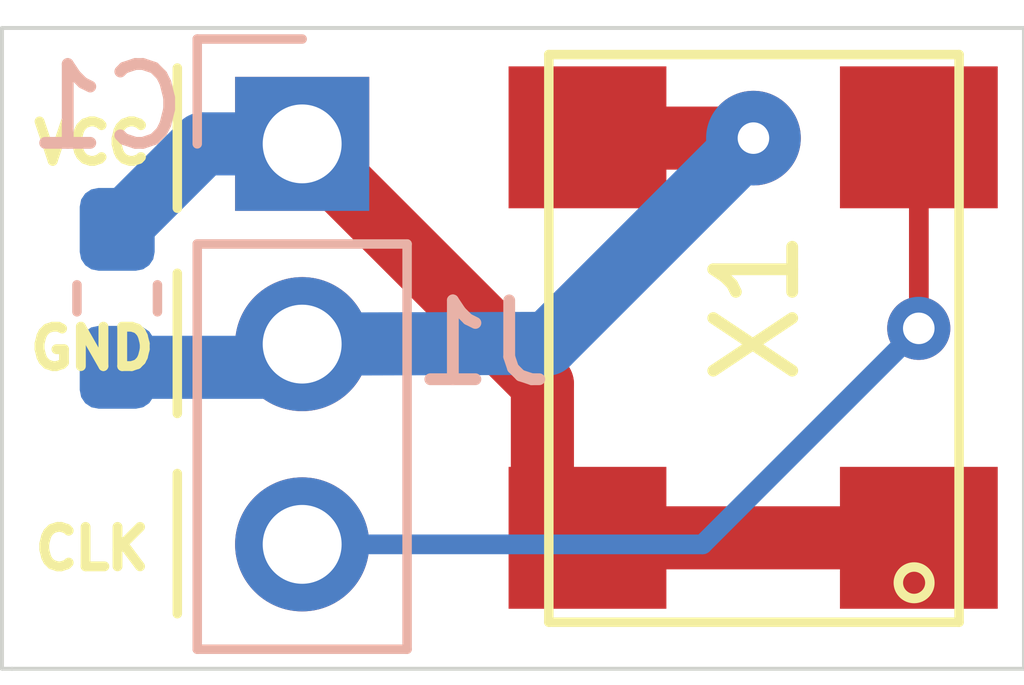
<source format=kicad_pcb>
(kicad_pcb (version 20171130) (host pcbnew 5.1.5+dfsg1-2build2)

  (general
    (thickness 1.6)
    (drawings 11)
    (tracks 17)
    (zones 0)
    (modules 3)
    (nets 4)
  )

  (page User 148.006 105.004)
  (title_block
    (title "µComputer clock module")
    (rev 1.0)
    (comment 1 "Antoine Stevan")
  )

  (layers
    (0 F.Cu signal)
    (31 B.Cu signal)
    (32 B.Adhes user hide)
    (33 F.Adhes user hide)
    (34 B.Paste user hide)
    (35 F.Paste user hide)
    (36 B.SilkS user)
    (37 F.SilkS user)
    (38 B.Mask user)
    (39 F.Mask user)
    (40 Dwgs.User user hide)
    (41 Cmts.User user hide)
    (42 Eco1.User user hide)
    (43 Eco2.User user hide)
    (44 Edge.Cuts user)
    (45 Margin user hide)
    (46 B.CrtYd user hide)
    (47 F.CrtYd user hide)
    (48 B.Fab user hide)
    (49 F.Fab user hide)
  )

  (setup
    (last_trace_width 0.8)
    (user_trace_width 0.8)
    (trace_clearance 0.2)
    (zone_clearance 0.4)
    (zone_45_only no)
    (trace_min 0.2)
    (via_size 0.8)
    (via_drill 0.4)
    (via_min_size 0.4)
    (via_min_drill 0.3)
    (user_via 1.2 0.4)
    (uvia_size 0.3)
    (uvia_drill 0.1)
    (uvias_allowed no)
    (uvia_min_size 0.2)
    (uvia_min_drill 0.1)
    (edge_width 0.05)
    (segment_width 0.2)
    (pcb_text_width 0.3)
    (pcb_text_size 1.5 1.5)
    (mod_edge_width 0.12)
    (mod_text_size 1 1)
    (mod_text_width 0.15)
    (pad_size 1.524 1.524)
    (pad_drill 0.762)
    (pad_to_mask_clearance 0.051)
    (solder_mask_min_width 0.25)
    (aux_axis_origin 0 0)
    (visible_elements FFFFFF7F)
    (pcbplotparams
      (layerselection 0x010fc_ffffffff)
      (usegerberextensions false)
      (usegerberattributes true)
      (usegerberadvancedattributes false)
      (creategerberjobfile false)
      (excludeedgelayer true)
      (linewidth 0.100000)
      (plotframeref false)
      (viasonmask false)
      (mode 1)
      (useauxorigin false)
      (hpglpennumber 1)
      (hpglpenspeed 20)
      (hpglpendiameter 15.000000)
      (psnegative false)
      (psa4output false)
      (plotreference true)
      (plotvalue true)
      (plotinvisibletext false)
      (padsonsilk false)
      (subtractmaskfromsilk false)
      (outputformat 1)
      (mirror false)
      (drillshape 0)
      (scaleselection 1)
      (outputdirectory "../gerber/"))
  )

  (net 0 "")
  (net 1 GND)
  (net 2 VCC)
  (net 3 /CLK)

  (net_class Default "This is the default net class."
    (clearance 0.2)
    (trace_width 0.25)
    (via_dia 0.8)
    (via_drill 0.4)
    (uvia_dia 0.3)
    (uvia_drill 0.1)
    (add_net /CLK)
    (add_net GND)
    (add_net VCC)
  )

  (module my_oscillators:oscillator_L5.08_W4.2_PL2.0_PW1.8 (layer F.Cu) (tedit 612E163B) (tstamp 61368718)
    (at 73.152 38.227 90)
    (path /61CED586)
    (fp_text reference X1 (at 0.4 0.1 90) (layer F.SilkS)
      (effects (font (size 1 1) (thickness 0.15)))
    )
    (fp_text value SG-8002JA (at -0.03 4.4 90) (layer F.Fab)
      (effects (font (size 1 1) (thickness 0.15)))
    )
    (fp_line (start -3.7 -2.6) (end -3.6 -2.6) (layer F.Fab) (width 0.12))
    (fp_line (start -3.7 2.7) (end -3.7 -2.6) (layer F.Fab) (width 0.12))
    (fp_line (start -3.6 2.7) (end -3.7 2.7) (layer F.Fab) (width 0.12))
    (fp_line (start -3.6 3.1) (end -3.6 2.7) (layer F.Fab) (width 0.12))
    (fp_line (start -3.6 2.7) (end -3.7 2.7) (layer F.CrtYd) (width 0.12))
    (fp_line (start -1.5 3.1) (end -3.6 3.1) (layer F.Fab) (width 0.12))
    (fp_line (start -1.5 2.7) (end -1.5 3.1) (layer F.Fab) (width 0.12))
    (fp_line (start 1.5 2.7) (end -1.5 2.7) (layer F.Fab) (width 0.12))
    (fp_line (start 1.5 3.1) (end 1.5 2.7) (layer F.Fab) (width 0.12))
    (fp_line (start 3.6 3.1) (end 1.5 3.1) (layer F.Fab) (width 0.12))
    (fp_line (start 3.6 2.7) (end 3.6 3.1) (layer F.Fab) (width 0.12))
    (fp_line (start 3.7 2.7) (end 3.6 2.7) (layer F.Fab) (width 0.12))
    (fp_line (start 3.7 -2.6) (end 3.7 2.7) (layer F.Fab) (width 0.12))
    (fp_line (start 3.6 -2.6) (end 3.7 -2.6) (layer F.Fab) (width 0.12))
    (fp_line (start 3.6 -3) (end 3.6 -2.6) (layer F.Fab) (width 0.12))
    (fp_line (start 1.5 -3) (end 3.6 -3) (layer F.Fab) (width 0.12))
    (fp_line (start 1.5 -2.6) (end 1.5 -3) (layer F.Fab) (width 0.12))
    (fp_line (start -1.5 -2.6) (end 1.5 -2.6) (layer F.Fab) (width 0.12))
    (fp_line (start -1.5 -2.7) (end -1.5 -2.6) (layer F.Fab) (width 0.12))
    (fp_line (start -1.5 -3) (end -1.5 -2.7) (layer F.Fab) (width 0.12))
    (fp_line (start -3.6 -3) (end -1.5 -3) (layer F.Fab) (width 0.12))
    (fp_line (start -3.6 -2.6) (end -3.6 -3) (layer F.Fab) (width 0.12))
    (fp_line (start -3.7 -2.6) (end -3.7 2.7) (layer F.CrtYd) (width 0.12))
    (fp_line (start -3.6 -2.6) (end -3.7 -2.6) (layer F.CrtYd) (width 0.12))
    (fp_line (start -3.6 3.1) (end -3.6 2.7) (layer F.CrtYd) (width 0.12))
    (fp_line (start -1.5 3.1) (end -3.6 3.1) (layer F.CrtYd) (width 0.12))
    (fp_line (start -1.5 2.7) (end -1.5 3.1) (layer F.CrtYd) (width 0.12))
    (fp_line (start 1.5 2.7) (end -1.5 2.7) (layer F.CrtYd) (width 0.12))
    (fp_line (start 1.5 3.1) (end 1.5 2.7) (layer F.CrtYd) (width 0.12))
    (fp_line (start 3.6 3.1) (end 1.5 3.1) (layer F.CrtYd) (width 0.12))
    (fp_line (start 3.6 2.7) (end 3.6 3.1) (layer F.CrtYd) (width 0.12))
    (fp_line (start 3.7 2.7) (end 3.6 2.7) (layer F.CrtYd) (width 0.12))
    (fp_line (start 3.7 -2.6) (end 3.7 2.7) (layer F.CrtYd) (width 0.12))
    (fp_line (start 3.6 -2.6) (end 3.7 -2.6) (layer F.CrtYd) (width 0.12))
    (fp_line (start 3.6 -3) (end 3.6 -2.6) (layer F.CrtYd) (width 0.12))
    (fp_line (start 2 -3) (end 3.6 -3) (layer F.CrtYd) (width 0.12))
    (fp_line (start 1.5 -3) (end 2 -3) (layer F.CrtYd) (width 0.12))
    (fp_line (start 1.5 -2.6) (end 1.5 -3) (layer F.CrtYd) (width 0.12))
    (fp_line (start -1.5 -2.6) (end 1.5 -2.6) (layer F.CrtYd) (width 0.12))
    (fp_line (start -1.5 -3) (end -1.5 -2.6) (layer F.CrtYd) (width 0.12))
    (fp_line (start -3.6 -3) (end -1.5 -3) (layer F.CrtYd) (width 0.12))
    (fp_line (start -3.6 -2.6) (end -3.6 -3) (layer F.CrtYd) (width 0.12))
    (fp_circle (center -3.1 2.1) (end -2.9 2.1) (layer F.SilkS) (width 0.12))
    (fp_line (start -3.6 2.67) (end -3.6 -2.53) (layer F.SilkS) (width 0.12))
    (fp_line (start 3.6 2.67) (end -3.6 2.67) (layer F.SilkS) (width 0.12))
    (fp_line (start 3.6 -2.53) (end 3.6 2.67) (layer F.SilkS) (width 0.12))
    (fp_line (start -3.6 -2.53) (end 3.6 -2.53) (layer F.SilkS) (width 0.12))
    (pad 4 smd rect (at -2.53 2.16 90) (size 1.8 2) (layers F.Cu F.Paste F.Mask)
      (net 2 VCC))
    (pad 3 smd rect (at 2.55 2.16 90) (size 1.8 2) (layers F.Cu F.Paste F.Mask)
      (net 3 /CLK))
    (pad 2 smd rect (at 2.55 -2.04 90) (size 1.8 2) (layers F.Cu F.Paste F.Mask)
      (net 1 GND))
    (pad 1 smd rect (at -2.53 -2.04 90) (size 1.8 2) (layers F.Cu F.Paste F.Mask)
      (net 2 VCC))
  )

  (module Connector_PinSocket_2.54mm:PinSocket_1x03_P2.54mm_Vertical (layer B.Cu) (tedit 5A19A429) (tstamp 613686E1)
    (at 67.4955 35.76 180)
    (descr "Through hole straight socket strip, 1x03, 2.54mm pitch, single row (from Kicad 4.0.7), script generated")
    (tags "Through hole socket strip THT 1x03 2.54mm single row")
    (path /613636C9)
    (fp_text reference J1 (at -2.291 -2.5305) (layer B.SilkS)
      (effects (font (size 1 1) (thickness 0.15)) (justify mirror))
    )
    (fp_text value Conn_01x03_Female (at -0.122 -9.706) (layer B.Fab)
      (effects (font (size 1 1) (thickness 0.15)) (justify mirror))
    )
    (fp_text user %R (at 0 -2.54 270) (layer B.Fab)
      (effects (font (size 1 1) (thickness 0.15)) (justify mirror))
    )
    (fp_line (start -1.8 -6.85) (end -1.8 1.8) (layer B.CrtYd) (width 0.05))
    (fp_line (start 1.75 -6.85) (end -1.8 -6.85) (layer B.CrtYd) (width 0.05))
    (fp_line (start 1.75 1.8) (end 1.75 -6.85) (layer B.CrtYd) (width 0.05))
    (fp_line (start -1.8 1.8) (end 1.75 1.8) (layer B.CrtYd) (width 0.05))
    (fp_line (start 0 1.33) (end 1.33 1.33) (layer B.SilkS) (width 0.12))
    (fp_line (start 1.33 1.33) (end 1.33 0) (layer B.SilkS) (width 0.12))
    (fp_line (start 1.33 -1.27) (end 1.33 -6.41) (layer B.SilkS) (width 0.12))
    (fp_line (start -1.33 -6.41) (end 1.33 -6.41) (layer B.SilkS) (width 0.12))
    (fp_line (start -1.33 -1.27) (end -1.33 -6.41) (layer B.SilkS) (width 0.12))
    (fp_line (start -1.33 -1.27) (end 1.33 -1.27) (layer B.SilkS) (width 0.12))
    (fp_line (start -1.27 -6.35) (end -1.27 1.27) (layer B.Fab) (width 0.1))
    (fp_line (start 1.27 -6.35) (end -1.27 -6.35) (layer B.Fab) (width 0.1))
    (fp_line (start 1.27 0.635) (end 1.27 -6.35) (layer B.Fab) (width 0.1))
    (fp_line (start 0.635 1.27) (end 1.27 0.635) (layer B.Fab) (width 0.1))
    (fp_line (start -1.27 1.27) (end 0.635 1.27) (layer B.Fab) (width 0.1))
    (pad 3 thru_hole oval (at 0 -5.08 180) (size 1.7 1.7) (drill 1) (layers *.Cu *.Mask)
      (net 3 /CLK))
    (pad 2 thru_hole oval (at 0 -2.54 180) (size 1.7 1.7) (drill 1) (layers *.Cu *.Mask)
      (net 1 GND))
    (pad 1 thru_hole rect (at 0 0 180) (size 1.7 1.7) (drill 1) (layers *.Cu *.Mask)
      (net 2 VCC))
    (model ${KISYS3DMOD}/Connector_PinSocket_2.54mm.3dshapes/PinSocket_1x03_P2.54mm_Vertical.wrl
      (at (xyz 0 0 0))
      (scale (xyz 1 1 1))
      (rotate (xyz 0 0 0))
    )
  )

  (module Capacitor_SMD:C_0603_1608Metric_Pad1.05x0.95mm_HandSolder (layer B.Cu) (tedit 5B301BBE) (tstamp 6136914C)
    (at 65.151 37.719 270)
    (descr "Capacitor SMD 0603 (1608 Metric), square (rectangular) end terminal, IPC_7351 nominal with elongated pad for handsoldering. (Body size source: http://www.tortai-tech.com/upload/download/2011102023233369053.pdf), generated with kicad-footprint-generator")
    (tags "capacitor handsolder")
    (path /615C43F5)
    (attr smd)
    (fp_text reference C1 (at -2.427 0.127 180) (layer B.SilkS)
      (effects (font (size 1 1) (thickness 0.15)) (justify mirror))
    )
    (fp_text value C (at 0 -1.43 270) (layer B.Fab)
      (effects (font (size 1 1) (thickness 0.15)) (justify mirror))
    )
    (fp_text user %R (at 0 0 270) (layer B.Fab)
      (effects (font (size 0.4 0.4) (thickness 0.06)) (justify mirror))
    )
    (fp_line (start 1.65 -0.73) (end -1.65 -0.73) (layer B.CrtYd) (width 0.05))
    (fp_line (start 1.65 0.73) (end 1.65 -0.73) (layer B.CrtYd) (width 0.05))
    (fp_line (start -1.65 0.73) (end 1.65 0.73) (layer B.CrtYd) (width 0.05))
    (fp_line (start -1.65 -0.73) (end -1.65 0.73) (layer B.CrtYd) (width 0.05))
    (fp_line (start -0.171267 -0.51) (end 0.171267 -0.51) (layer B.SilkS) (width 0.12))
    (fp_line (start -0.171267 0.51) (end 0.171267 0.51) (layer B.SilkS) (width 0.12))
    (fp_line (start 0.8 -0.4) (end -0.8 -0.4) (layer B.Fab) (width 0.1))
    (fp_line (start 0.8 0.4) (end 0.8 -0.4) (layer B.Fab) (width 0.1))
    (fp_line (start -0.8 0.4) (end 0.8 0.4) (layer B.Fab) (width 0.1))
    (fp_line (start -0.8 -0.4) (end -0.8 0.4) (layer B.Fab) (width 0.1))
    (pad 2 smd roundrect (at 0.875 0 270) (size 1.05 0.95) (layers B.Cu B.Paste B.Mask) (roundrect_rratio 0.25)
      (net 1 GND))
    (pad 1 smd roundrect (at -0.875 0 270) (size 1.05 0.95) (layers B.Cu B.Paste B.Mask) (roundrect_rratio 0.25)
      (net 2 VCC))
    (model ${KISYS3DMOD}/Capacitor_SMD.3dshapes/C_0603_1608Metric.wrl
      (at (xyz 0 0 0))
      (scale (xyz 1 1 1))
      (rotate (xyz 0 0 0))
    )
  )

  (gr_line (start 65.913 39.9415) (end 65.913 41.7195) (layer F.SilkS) (width 0.12) (tstamp 61369F8F))
  (gr_line (start 65.913 34.798) (end 65.913 36.576) (layer F.SilkS) (width 0.12) (tstamp 61369F8F))
  (gr_line (start 65.913 37.4015) (end 65.913 39.1795) (layer F.SilkS) (width 0.12))
  (gr_text "CLK\n" (at 64.8335 40.894) (layer F.SilkS) (tstamp 61369E59)
    (effects (font (size 0.5 0.5) (thickness 0.125)))
  )
  (gr_text GND (at 64.8335 38.354) (layer F.SilkS) (tstamp 61369E59)
    (effects (font (size 0.5 0.5) (thickness 0.125)))
  )
  (gr_text VCC (at 64.8335 35.7505) (layer F.SilkS)
    (effects (font (size 0.5 0.5) (thickness 0.125)))
  )
  (gr_line (start 63.6905 42.418) (end 63.8175 42.418) (layer Edge.Cuts) (width 0.05) (tstamp 61368F00))
  (gr_line (start 63.6905 34.29) (end 63.6905 42.418) (layer Edge.Cuts) (width 0.05))
  (gr_line (start 76.6445 34.29) (end 63.6905 34.29) (layer Edge.Cuts) (width 0.05))
  (gr_line (start 76.6445 42.418) (end 76.6445 34.29) (layer Edge.Cuts) (width 0.05))
  (gr_line (start 63.8175 42.418) (end 76.6445 42.418) (layer Edge.Cuts) (width 0.05))

  (via (at 73.2155 35.687) (size 1.2) (drill 0.4) (layers F.Cu B.Cu) (net 1))
  (segment (start 73.2155 35.687) (end 71.122 35.687) (width 0.8) (layer F.Cu) (net 1))
  (segment (start 67.2015 38.594) (end 67.4955 38.3) (width 0.8) (layer B.Cu) (net 1))
  (segment (start 65.151 38.594) (end 67.2015 38.594) (width 0.8) (layer B.Cu) (net 1))
  (segment (start 70.6025 38.3) (end 73.2155 35.687) (width 0.8) (layer B.Cu) (net 1))
  (segment (start 67.4955 38.3) (end 70.612 38.2905) (width 0.8) (layer B.Cu) (net 1))
  (segment (start 71.112 40.757) (end 75.312 40.757) (width 0.8) (layer F.Cu) (net 2))
  (segment (start 70.5405 38.805) (end 67.4955 35.76) (width 0.8) (layer F.Cu) (net 2))
  (segment (start 70.5405 40.757) (end 70.5405 38.805) (width 0.8) (layer F.Cu) (net 2))
  (segment (start 66.235 35.76) (end 65.151 36.844) (width 0.8) (layer B.Cu) (net 2))
  (segment (start 67.4955 35.76) (end 66.235 35.76) (width 0.8) (layer B.Cu) (net 2))
  (segment (start 75.302 35.687) (end 75.312 35.677) (width 0.25) (layer F.Cu) (net 3))
  (via (at 75.311002 38.1) (size 0.8) (drill 0.4) (layers F.Cu B.Cu) (net 3))
  (segment (start 75.312 35.677) (end 75.312 38.099002) (width 0.25) (layer F.Cu) (net 3))
  (segment (start 75.312 38.099002) (end 75.311002 38.1) (width 0.25) (layer F.Cu) (net 3))
  (segment (start 72.571002 40.84) (end 75.311002 38.1) (width 0.25) (layer B.Cu) (net 3))
  (segment (start 67.4955 40.84) (end 72.571002 40.84) (width 0.25) (layer B.Cu) (net 3))

)

</source>
